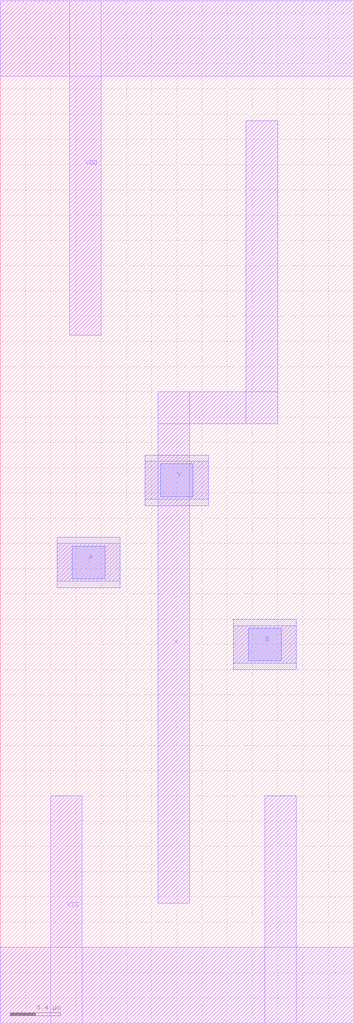
<source format=lef>
# Copyright 2022 Google LLC
# Licensed under the Apache License, Version 2.0 (the "License");
# you may not use this file except in compliance with the License.
# You may obtain a copy of the License at
#
#      http://www.apache.org/licenses/LICENSE-2.0
#
# Unless required by applicable law or agreed to in writing, software
# distributed under the License is distributed on an "AS IS" BASIS,
# WITHOUT WARRANTIES OR CONDITIONS OF ANY KIND, either express or implied.
# See the License for the specific language governing permissions and
# limitations under the License.
VERSION 5.7 ;
BUSBITCHARS "[]" ;
DIVIDERCHAR "/" ;

MACRO gf180mcu_osu_sc_gp12t3v3__nor2_1
  CLASS CORE ;
  ORIGIN 0 0 ;
  FOREIGN gf180mcu_osu_sc_gp12t3v3__nor2_1 0 0 ;
  SIZE 2.8 BY 8.1 ;
  SYMMETRY X Y ;
  SITE GF180_3p3_12t ;
  PIN VDD
    DIRECTION INOUT ;
    USE POWER ;
    SHAPE ABUTMENT ;
    PORT
      LAYER MET1 ;
        RECT 0 7.5 2.8 8.1 ;
        RECT 0.55 5.45 0.8 8.1 ;
    END
  END VDD
  PIN VSS
    DIRECTION INOUT ;
    USE GROUND ;
    PORT
      LAYER MET1 ;
        RECT 0 0 2.8 0.6 ;
        RECT 2.1 0 2.35 1.8 ;
        RECT 0.4 0 0.65 1.8 ;
    END
  END VSS
  PIN A
    DIRECTION INPUT ;
    USE SIGNAL ;
    PORT
      LAYER MET1 ;
        RECT 0.45 3.5 0.95 3.8 ;
      LAYER MET2 ;
        RECT 0.45 3.45 0.95 3.85 ;
      LAYER VIA12 ;
        RECT 0.57 3.52 0.83 3.78 ;
    END
  END A
  PIN B
    DIRECTION INPUT ;
    USE SIGNAL ;
    PORT
      LAYER MET1 ;
        RECT 1.85 2.85 2.35 3.15 ;
      LAYER MET2 ;
        RECT 1.85 2.8 2.35 3.2 ;
      LAYER VIA12 ;
        RECT 1.97 2.87 2.23 3.13 ;
    END
  END B
  PIN Y
    DIRECTION OUTPUT ;
    USE SIGNAL ;
    PORT
      LAYER MET1 ;
        RECT 1.95 4.75 2.2 7.15 ;
        RECT 1.25 4.75 2.2 5 ;
        RECT 1.15 4.15 1.65 4.45 ;
        RECT 1.25 0.95 1.5 5 ;
      LAYER MET2 ;
        RECT 1.15 4.1 1.65 4.5 ;
      LAYER VIA12 ;
        RECT 1.27 4.17 1.53 4.43 ;
    END
  END Y
END gf180mcu_osu_sc_gp12t3v3__nor2_1

</source>
